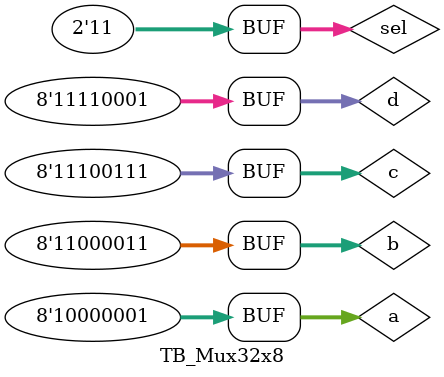
<source format=v>
module mux_32x8(
  a, b, c, d,
  sel,
  out
);
  input [7:0] a, b, c, d;
  input [1:0] sel;
  output [7:0] out;

  mux_4x1 m0(a[0], b[0], c[0], d[0], sel, out[0]);
  mux_4x1 m1(a[1], b[1], c[1], d[1], sel, out[1]);
  mux_4x1 m2(a[2], b[2], c[2], d[2], sel, out[2]);
  mux_4x1 m3(a[3], b[3], c[3], d[3], sel, out[3]);
  mux_4x1 m4(a[4], b[4], c[4], d[4], sel, out[4]);
  mux_4x1 m5(a[5], b[5], c[5], d[5], sel, out[5]);
  mux_4x1 m6(a[6], b[6], c[6], d[6], sel, out[6]);
  mux_4x1 m7(a[7], b[7], c[7], d[7], sel, out[7]);  
endmodule

module TB_Mux32x8();
  reg [1:0] sel;
  wire [7:0] a, b, c, d;
  wire [7:0] out;

  assign a = 8'b10000001;
  assign b = 8'b11000011;
  assign c = 8'b11100111;
  assign d = 8'b11110001;

  mux_32x8 mux_32x8(a, b, c, d, sel, out);

  initial begin
    sel = 2'b00; #10; // out = 10000001
    sel = 2'b01; #10; // out = 11000011
    sel = 2'b10; #10; // out = 11100111
    sel = 2'b11; #10; // out = 11110001
  end
 endmodule
 
</source>
